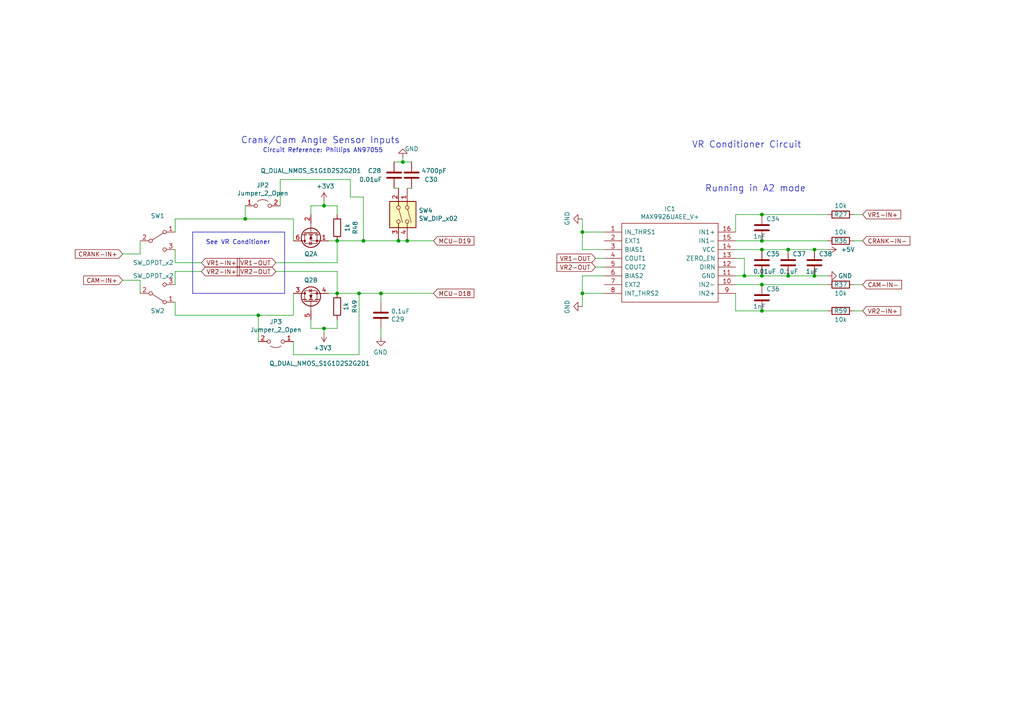
<source format=kicad_sch>
(kicad_sch (version 20230121) (generator eeschema)
  (paper "A4")
  (lib_symbols
    (symbol "Device:C" (pin_numbers hide) (pin_names (offset 0.254))
      (property "Reference" "C" (at 0.635 2.54 0))
      (property "Value" "C" (at 0.635 -2.54 0))
      (symbol "C_0_1"
        (polyline (pts (xy -2.032 -0.762) (xy 2.032 -0.762)) (stroke (width 0.508)))
        (polyline (pts (xy -2.032 0.762) (xy 2.032 0.762)) (stroke (width 0.508)))
      )
      (symbol "C_1_1"
        (pin passive line (at 0 3.81 270) (length 2.794) (name "~") (number "1"))
        (pin passive line (at 0 -3.81 90) (length 2.794) (name "~") (number "2"))
      )
    )
    (symbol "Device:Q_DUAL_NMOS_S1G1D2S2G2D1" (pin_names (offset 0) hide)
      (property "Reference" "Q" (at 6.35 1.27 0))
      (property "Value" "Device_Q_DUAL_NMOS_S1G1D2S2G2D1" (at 19.05 -1.27 0))
      (symbol "Q_DUAL_NMOS_S1G1D2S2G2D1_0_1"
        (polyline (pts (xy 0.254 0) (xy -2.54 0)))
        (polyline (pts (xy 0.254 1.905) (xy 0.254 -1.905)) (stroke (width 0.254)))
        (polyline (pts (xy 0.762 -1.27) (xy 0.762 -2.286)) (stroke (width 0.254)))
        (polyline (pts (xy 0.762 0.508) (xy 0.762 -0.508)) (stroke (width 0.254)))
        (polyline (pts (xy 0.762 2.286) (xy 0.762 1.27)) (stroke (width 0.254)))
        (polyline (pts (xy 2.54 2.54) (xy 2.54 1.778)))
        (polyline (pts (xy 2.54 -2.54) (xy 2.54 0) (xy 0.762 0)))
        (polyline (pts (xy 0.762 -1.778) (xy 3.302 -1.778) (xy 3.302 1.778) (xy 0.762 1.778)))
        (polyline (pts (xy 1.016 0) (xy 2.032 0.381) (xy 2.032 -0.381) (xy 1.016 0)) (fill (type outline)))
        (polyline (pts (xy 2.794 0.508) (xy 2.921 0.381) (xy 3.683 0.381) (xy 3.81 0.254)))
        (polyline (pts (xy 3.302 0.381) (xy 2.921 -0.254) (xy 3.683 -0.254) (xy 3.302 0.381)))
        (circle (center 1.651 0) (radius 2.794) (stroke (width 0.254)))
        (circle (center 2.54 -1.778) (radius 0.254) (fill (type outline)))
        (circle (center 2.54 1.778) (radius 0.254) (fill (type outline)))
      )
      (symbol "Q_DUAL_NMOS_S1G1D2S2G2D1_1_1"
        (pin passive line (at 2.54 -5.08 90) (length 2.54) (name "S") (number "1"))
        (pin input line (at -5.08 0 0) (length 2.54) (name "G") (number "2"))
        (pin passive line (at 2.54 5.08 270) (length 2.54) (name "D") (number "6"))
      )
      (symbol "Q_DUAL_NMOS_S1G1D2S2G2D1_2_1"
        (pin passive line (at 2.54 5.08 270) (length 2.54) (name "D") (number "3"))
        (pin passive line (at 2.54 -5.08 90) (length 2.54) (name "S") (number "4"))
        (pin input line (at -5.08 0 0) (length 2.54) (name "G") (number "5"))
      )
    )
    (symbol "Device:R" (pin_numbers hide) (pin_names (offset 0))
      (property "Reference" "R" (at 2.032 0 90))
      (property "Value" "R" (at 0 0 90))
      (symbol "R_0_1"
        (rectangle (start -1.016 -2.54) (end 1.016 2.54) (stroke (width 0.254)))
      )
      (symbol "R_1_1"
        (pin passive line (at 0 3.81 270) (length 1.27) (name "~") (number "1"))
        (pin passive line (at 0 -3.81 90) (length 1.27) (name "~") (number "2"))
      )
    )
    (symbol "IC_Automotive:MAX9926UAEE_V+" (pin_names (offset 0.762))
      (property "Reference" "IC" (at 34.29 7.62 0))
      (property "Value" "MAX9926UAEE_V+" (at 34.29 5.08 0))
      (symbol "MAX9926UAEE_V+_0_0"
        (pin input line (at 0 0 0) (length 5.08) (name "IN_THRS1") (number "1"))
        (pin input line (at 38.1 -15.24 180) (length 5.08) (name "IN2-") (number "10"))
        (pin power_in line (at 38.1 -12.7 180) (length 5.08) (name "GND") (number "11"))
        (pin output line (at 38.1 -10.16 180) (length 5.08) (name "DIRN") (number "12"))
        (pin input line (at 38.1 -7.62 180) (length 5.08) (name "ZERO_EN") (number "13"))
        (pin power_in line (at 38.1 -5.08 180) (length 5.08) (name "VCC") (number "14"))
        (pin input line (at 38.1 -2.54 180) (length 5.08) (name "IN1-") (number "15"))
        (pin input line (at 38.1 0 180) (length 5.08) (name "IN1+") (number "16"))
        (pin input line (at 0 -2.54 0) (length 5.08) (name "EXT1") (number "2"))
        (pin input line (at 0 -5.08 0) (length 5.08) (name "BIAS1") (number "3"))
        (pin output line (at 0 -7.62 0) (length 5.08) (name "COUT1") (number "4"))
        (pin output line (at 0 -10.16 0) (length 5.08) (name "COUT2") (number "5"))
        (pin input line (at 0 -12.7 0) (length 5.08) (name "BIAS2") (number "6"))
        (pin input line (at 0 -15.24 0) (length 5.08) (name "EXT2") (number "7"))
        (pin input line (at 0 -17.78 0) (length 5.08) (name "INT_THRS2") (number "8"))
        (pin input line (at 38.1 -17.78 180) (length 5.08) (name "IN2+") (number "9"))
      )
      (symbol "MAX9926UAEE_V+_0_1"
        (polyline (pts (xy 5.08 2.54) (xy 33.02 2.54) (xy 33.02 -20.32) (xy 5.08 -20.32) (xy 5.08 2.54)) (stroke (width 0.1524)))
      )
    )
    (symbol "Jumper:Jumper_2_Open" (pin_names (offset 0) hide)
      (property "Reference" "JP" (at 0 2.794 0))
      (property "Value" "Jumper_2_Open" (at 0 -2.286 0))
      (symbol "Jumper_2_Open_0_0"
        (circle (center -2.032 0) (radius 0.508))
        (circle (center 2.032 0) (radius 0.508))
      )
      (symbol "Jumper_2_Open_0_1"
        (arc (start 1.524 1.27) (mid 0 1.778) (end -1.524 1.27))
      )
      (symbol "Jumper_2_Open_1_1"
        (pin passive line (at -5.08 0 0) (length 2.54) (name "A") (number "1"))
        (pin passive line (at 5.08 0 180) (length 2.54) (name "B") (number "2"))
      )
    )
    (symbol "Switch:SW_DIP_x02" (pin_names (offset 0) hide)
      (property "Reference" "SW" (at 0 6.35 0))
      (property "Value" "SW_DIP_x02" (at 0 -3.81 0))
      (symbol "SW_DIP_x02_0_0"
        (circle (center -2.032 0) (radius 0.508))
        (circle (center -2.032 2.54) (radius 0.508))
        (polyline (pts (xy -1.524 0.127) (xy 2.3622 1.1684)))
        (polyline (pts (xy -1.524 2.667) (xy 2.3622 3.7084)))
        (circle (center 2.032 0) (radius 0.508))
        (circle (center 2.032 2.54) (radius 0.508))
      )
      (symbol "SW_DIP_x02_0_1"
        (rectangle (start -3.81 5.08) (end 3.81 -2.54) (stroke (width 0.254)) (fill (type background)))
      )
      (symbol "SW_DIP_x02_1_1"
        (pin passive line (at -7.62 2.54 0) (length 5.08) (name "~") (number "1"))
        (pin passive line (at -7.62 0 0) (length 5.08) (name "~") (number "2"))
        (pin passive line (at 7.62 0 180) (length 5.08) (name "~") (number "3"))
        (pin passive line (at 7.62 2.54 180) (length 5.08) (name "~") (number "4"))
      )
    )
    (symbol "Switch:SW_SPDT" (pin_names (offset 0) hide)
      (property "Reference" "SW" (at 0 4.318 0))
      (property "Value" "SW_SPDT" (at 0 -5.08 0))
      (symbol "SW_SPDT_0_0"
        (circle (center -2.032 0) (radius 0.508))
        (circle (center 2.032 -2.54) (radius 0.508))
      )
      (symbol "SW_SPDT_0_1"
        (polyline (pts (xy -1.524 0.254) (xy 1.651 2.286)))
        (circle (center 2.032 2.54) (radius 0.508))
      )
      (symbol "SW_SPDT_1_1"
        (pin passive line (at 5.08 2.54 180) (length 2.54) (name "A") (number "1"))
        (pin passive line (at -5.08 0 0) (length 2.54) (name "B") (number "2"))
        (pin passive line (at 5.08 -2.54 180) (length 2.54) (name "C") (number "3"))
      )
    )
    (symbol "power:+3V3" (power) (pin_names (offset 0))
      (property "Value" "+3V3" (at 0 3.556 0))
      (symbol "+3V3_0_1"
        (polyline (pts (xy -0.762 1.27) (xy 0 2.54)))
        (polyline (pts (xy 0 0) (xy 0 2.54)))
        (polyline (pts (xy 0 2.54) (xy 0.762 1.27)))
      )
      (symbol "+3V3_1_1"
        (pin power_in line (at 0 0 90) (length 0) hide (name "+3V3") (number "1"))
      )
    )
    (symbol "power:+5V" (power) (pin_names (offset 0))
      (property "Value" "+5V" (at 0 3.556 0))
      (symbol "+5V_0_1"
        (polyline (pts (xy -0.762 1.27) (xy 0 2.54)))
        (polyline (pts (xy 0 0) (xy 0 2.54)))
        (polyline (pts (xy 0 2.54) (xy 0.762 1.27)))
      )
      (symbol "+5V_1_1"
        (pin power_in line (at 0 0 90) (length 0) hide (name "+5V") (number "1"))
      )
    )
    (symbol "power:GND" (power) (pin_names (offset 0))
      (property "Value" "GND" (at 0 -3.81 0))
      (symbol "GND_0_1"
        (polyline (pts (xy 0 0) (xy 0 -1.27) (xy 1.27 -1.27) (xy 0 -2.54) (xy -1.27 -1.27) (xy 0 -1.27)))
      )
      (symbol "GND_1_1"
        (pin power_in line (at 0 0 270) (length 0) hide (name "GND") (number "1"))
      )
    )
  )
  (junction (at 97.79 69.85))
  (junction (at 236.22 80.01))
  (junction (at 228.6 72.39))
  (junction (at 220.98 62.23))
  (junction (at 116.84 46.99))
  (junction (at 220.98 72.39))
  (junction (at 71.12 63.5))
  (junction (at 118.11 69.85))
  (junction (at 220.98 90.17))
  (junction (at 74.93 91.44))
  (junction (at 236.22 72.39))
  (junction (at 168.91 85.09))
  (junction (at 105.41 69.85))
  (junction (at 93.98 59.69))
  (junction (at 110.49 85.09))
  (junction (at 220.98 69.85))
  (junction (at 104.14 85.09))
  (junction (at 220.98 82.55))
  (junction (at 215.9 80.01))
  (junction (at 168.91 67.31))
  (junction (at 228.6 80.01))
  (junction (at 93.98 95.25))
  (junction (at 115.57 69.85))
  (junction (at 97.79 85.09))
  (junction (at 220.98 80.01))
  (wire (pts (xy 168.91 85.09) (xy 175.26 85.09)))
  (wire (pts (xy 240.03 90.17) (xy 220.98 90.17)))
  (wire (pts (xy 236.22 72.39) (xy 228.6 72.39)))
  (wire (pts (xy 215.9 74.93) (xy 215.9 80.01)))
  (wire (pts (xy 74.93 99.06) (xy 74.93 91.44)))
  (wire (pts (xy 35.56 73.66) (xy 40.64 73.66)))
  (polyline (pts (xy 55.88 85.09) (xy 55.88 67.31)))
  (wire (pts (xy 172.72 74.93) (xy 175.26 74.93)))
  (wire (pts (xy 71.12 59.69) (xy 71.12 63.5)))
  (wire (pts (xy 85.09 69.85) (xy 85.09 63.5)))
  (wire (pts (xy 105.41 57.15) (xy 105.41 69.85)))
  (wire (pts (xy 81.28 59.69) (xy 81.28 52.07)))
  (wire (pts (xy 80.01 78.74) (xy 97.79 78.74)))
  (wire (pts (xy 168.91 88.9) (xy 168.91 85.09)))
  (wire (pts (xy 240.03 82.55) (xy 220.98 82.55)))
  (wire (pts (xy 50.8 67.31) (xy 50.8 63.5)))
  (wire (pts (xy 119.38 46.99) (xy 116.84 46.99)))
  (wire (pts (xy 90.17 59.69) (xy 93.98 59.69)))
  (wire (pts (xy 114.3 54.61) (xy 115.57 54.61)))
  (wire (pts (xy 115.57 69.85) (xy 118.11 69.85)))
  (wire (pts (xy 97.79 95.25) (xy 97.79 92.71)))
  (wire (pts (xy 114.3 46.99) (xy 116.84 46.99)))
  (wire (pts (xy 168.91 67.31) (xy 175.26 67.31)))
  (wire (pts (xy 240.03 72.39) (xy 236.22 72.39)))
  (wire (pts (xy 220.98 82.55) (xy 213.36 82.55)))
  (wire (pts (xy 110.49 97.79) (xy 110.49 95.25)))
  (wire (pts (xy 220.98 69.85) (xy 213.36 69.85)))
  (wire (pts (xy 101.6 52.07) (xy 101.6 57.15)))
  (wire (pts (xy 50.8 72.39) (xy 50.8 76.2)))
  (wire (pts (xy 168.91 80.01) (xy 168.91 85.09)))
  (wire (pts (xy 250.19 62.23) (xy 247.65 62.23)))
  (wire (pts (xy 93.98 59.69) (xy 97.79 59.69)))
  (wire (pts (xy 213.36 90.17) (xy 213.36 85.09)))
  (wire (pts (xy 97.79 85.09) (xy 104.14 85.09)))
  (wire (pts (xy 81.28 52.07) (xy 101.6 52.07)))
  (wire (pts (xy 35.56 81.28) (xy 40.64 81.28)))
  (wire (pts (xy 93.98 96.52) (xy 93.98 95.25)))
  (wire (pts (xy 168.91 72.39) (xy 168.91 67.31)))
  (wire (pts (xy 220.98 62.23) (xy 213.36 62.23)))
  (wire (pts (xy 90.17 92.71) (xy 90.17 95.25)))
  (wire (pts (xy 85.09 102.87) (xy 104.14 102.87)))
  (wire (pts (xy 240.03 62.23) (xy 220.98 62.23)))
  (wire (pts (xy 213.36 74.93) (xy 215.9 74.93)))
  (wire (pts (xy 50.8 78.74) (xy 58.42 78.74)))
  (wire (pts (xy 97.79 69.85) (xy 105.41 69.85)))
  (wire (pts (xy 95.25 69.85) (xy 97.79 69.85)))
  (wire (pts (xy 240.03 69.85) (xy 220.98 69.85)))
  (wire (pts (xy 93.98 58.42) (xy 93.98 59.69)))
  (wire (pts (xy 104.14 102.87) (xy 104.14 85.09)))
  (wire (pts (xy 97.79 62.23) (xy 97.79 59.69)))
  (wire (pts (xy 228.6 72.39) (xy 220.98 72.39)))
  (wire (pts (xy 250.19 69.85) (xy 247.65 69.85)))
  (wire (pts (xy 175.26 72.39) (xy 168.91 72.39)))
  (wire (pts (xy 118.11 69.85) (xy 125.73 69.85)))
  (wire (pts (xy 50.8 76.2) (xy 58.42 76.2)))
  (wire (pts (xy 40.64 73.66) (xy 40.64 69.85)))
  (wire (pts (xy 50.8 91.44) (xy 74.93 91.44)))
  (wire (pts (xy 74.93 91.44) (xy 85.09 91.44)))
  (polyline (pts (xy 82.55 67.31) (xy 82.55 85.09)))
  (wire (pts (xy 80.01 76.2) (xy 97.79 76.2)))
  (wire (pts (xy 125.73 85.09) (xy 110.49 85.09)))
  (wire (pts (xy 250.19 82.55) (xy 247.65 82.55)))
  (wire (pts (xy 175.26 80.01) (xy 168.91 80.01)))
  (wire (pts (xy 101.6 57.15) (xy 105.41 57.15)))
  (wire (pts (xy 90.17 62.23) (xy 90.17 59.69)))
  (wire (pts (xy 168.91 63.5) (xy 168.91 67.31)))
  (wire (pts (xy 250.19 90.17) (xy 247.65 90.17)))
  (wire (pts (xy 220.98 90.17) (xy 213.36 90.17)))
  (wire (pts (xy 50.8 63.5) (xy 71.12 63.5)))
  (wire (pts (xy 213.36 62.23) (xy 213.36 67.31)))
  (wire (pts (xy 215.9 80.01) (xy 213.36 80.01)))
  (polyline (pts (xy 82.55 85.09) (xy 55.88 85.09)))
  (polyline (pts (xy 55.88 67.31) (xy 82.55 67.31)))
  (wire (pts (xy 85.09 99.06) (xy 85.09 102.87)))
  (wire (pts (xy 105.41 69.85) (xy 115.57 69.85)))
  (wire (pts (xy 90.17 95.25) (xy 93.98 95.25)))
  (wire (pts (xy 93.98 95.25) (xy 97.79 95.25)))
  (wire (pts (xy 172.72 77.47) (xy 175.26 77.47)))
  (wire (pts (xy 236.22 80.01) (xy 228.6 80.01)))
  (wire (pts (xy 104.14 85.09) (xy 110.49 85.09)))
  (wire (pts (xy 97.79 76.2) (xy 97.79 69.85)))
  (wire (pts (xy 118.11 54.61) (xy 119.38 54.61)))
  (wire (pts (xy 95.25 85.09) (xy 97.79 85.09)))
  (wire (pts (xy 220.98 80.01) (xy 215.9 80.01)))
  (wire (pts (xy 220.98 72.39) (xy 213.36 72.39)))
  (wire (pts (xy 97.79 78.74) (xy 97.79 85.09)))
  (wire (pts (xy 116.84 46.99) (xy 116.84 45.72)))
  (wire (pts (xy 110.49 85.09) (xy 110.49 87.63)))
  (wire (pts (xy 85.09 85.09) (xy 85.09 91.44)))
  (wire (pts (xy 228.6 80.01) (xy 220.98 80.01)))
  (wire (pts (xy 50.8 87.63) (xy 50.8 91.44)))
  (wire (pts (xy 71.12 63.5) (xy 85.09 63.5)))
  (wire (pts (xy 240.03 80.01) (xy 236.22 80.01)))
  (wire (pts (xy 50.8 82.55) (xy 50.8 78.74)))
  (wire (pts (xy 40.64 81.28) (xy 40.64 85.09)))
  (text "Running in A2 mode" (at 204.47 55.88 0) (effects (font (size 1.8796 1.8796)) (justify left bottom)))
  (text "VR Conditioner Circuit" (at 200.66 43.18 0) (effects (font (size 1.8796 1.8796)) (justify left bottom)))
  (text "Crank/Cam Angle Sensor Inputs" (at 69.85 41.91 0) (effects (font (size 1.8796 1.8796)) (justify left bottom)))
  (text "See VR Conditioner" (at 59.69 71.12 0) (effects (font (size 1.27 1.27)) (justify left bottom)))
  (text "Circuit Reference: Phillips AN97055" (at 76.2 44.45 0) (effects (font (size 1.27 1.27)) (justify left bottom)))
  (global_label "VR2-IN+" (shape input) (at 58.42 78.74 0) (property "Intersheetrefs" "${INTERSHEET_REFS}" (effects hide)))
  (global_label "CRANK-IN-" (shape input) (at 250.19 69.85 0) (property "Intersheetrefs" "${INTERSHEET_REFS}" (effects hide)))
  (global_label "VR1-IN+" (shape input) (at 58.42 76.2 0) (property "Intersheetrefs" "${INTERSHEET_REFS}" (effects hide)))
  (global_label "VR2-OUT" (shape input) (at 80.01 78.74 180) (property "Intersheetrefs" "${INTERSHEET_REFS}" (effects hide)))
  (global_label "VR1-IN+" (shape input) (at 250.19 62.23 0) (property "Intersheetrefs" "${INTERSHEET_REFS}" (effects hide)))
  (global_label "VR2-IN+" (shape input) (at 250.19 90.17 0) (property "Intersheetrefs" "${INTERSHEET_REFS}" (effects hide)))
  (global_label "MCU-D18" (shape input) (at 125.73 85.09 0) (property "Intersheetrefs" "${INTERSHEET_REFS}" (effects hide)))
  (global_label "CAM-IN-" (shape input) (at 250.19 82.55 0) (property "Intersheetrefs" "${INTERSHEET_REFS}" (effects hide)))
  (global_label "CAM-IN+" (shape input) (at 35.56 81.28 180) (property "Intersheetrefs" "${INTERSHEET_REFS}" (effects hide)))
  (global_label "MCU-D19" (shape input) (at 125.73 69.85 0) (property "Intersheetrefs" "${INTERSHEET_REFS}" (effects hide)))
  (global_label "VR1-OUT" (shape input) (at 80.01 76.2 180) (property "Intersheetrefs" "${INTERSHEET_REFS}" (effects hide)))
  (global_label "CRANK-IN+" (shape input) (at 35.56 73.66 180) (property "Intersheetrefs" "${INTERSHEET_REFS}" (effects hide)))
  (global_label "VR1-OUT" (shape input) (at 172.72 74.93 180) (property "Intersheetrefs" "${INTERSHEET_REFS}" (effects hide)))
  (global_label "VR2-OUT" (shape input) (at 172.72 77.47 180) (property "Intersheetrefs" "${INTERSHEET_REFS}" (effects hide)))
  (symbol (lib_id "Device:R") (at 97.79 66.04 180) (unit 1)
    (property "Reference" "R48" (at 103.0478 66.04 90))
    (property "Value" "1k" (at 100.7364 66.04 90))
    (property "Footprint" "Resistor_SMD:R_0805_2012Metric" (effects hide))
    (property "Digikey Part Number" "311-1.00KCRCT-ND" (effects hide))
    (property "Manufacturer_Name" "Yageo" (effects hide))
    (property "Manufacturer_Part_Number" "RC0805FR-071KL" (effects hide))
    (property "URL" "https://www.digikey.com/product-detail/en/yageo/RC0805FR-071KL/311-1.00KCRCT-ND/730391" (effects hide))
  )
  (symbol (lib_id "Device:R") (at 97.79 88.9 0) (mirror x) (unit 1)
    (property "Reference" "R49" (at 102.87 88.9 90))
    (property "Value" "1k" (at 100.33 88.9 90))
    (property "Footprint" "Resistor_SMD:R_0805_2012Metric" (effects hide))
    (property "Digikey Part Number" "311-1.00KCRCT-ND" (effects hide))
    (property "Manufacturer_Name" "Yageo" (effects hide))
    (property "Manufacturer_Part_Number" "RC0805FR-071KL" (effects hide))
    (property "URL" "https://www.digikey.com/product-detail/en/yageo/RC0805FR-071KL/311-1.00KCRCT-ND/730391" (effects hide))
  )
  (symbol (lib_id "power:GND") (at 110.49 97.79 0) (mirror y) (unit 1)
    (property "Reference" "#PWR0182" (effects hide))
    (property "Value" "GND" (at 110.363 102.1842 0))
  )
  (symbol (lib_id "power:GND") (at 240.03 80.01 90) (mirror x) (unit 1)
    (property "Reference" "#PWR0184" (effects hide))
    (property "Value" "GND" (at 245.11 80.01 90))
  )
  (symbol (lib_id "Switch:SW_SPDT") (at 45.72 85.09 0) (mirror x) (unit 1)
    (property "Reference" "SW2" (at 45.72 90.17 0))
    (property "Value" "SW_DPDT_x2" (at 44.45 80.01 0))
    (property "Footprint" "Misc:AYZ0202AGRLC" (effects hide))
    (property "Digikey Part Number" "401-2013-1-ND" (effects hide))
    (property "Manufacturer_Name" "C & K COMPONENTS" (effects hide))
    (property "Manufacturer_Part_Number" "AYZ0202AGRLC" (effects hide))
    (property "URL" "https://www.digikey.com.au/product-detail/en/c-k/AYZ0202AGRLC/401-2013-1-ND/1640122" (effects hide))
  )
  (symbol (lib_id "Device:C") (at 114.3 50.8 0) (unit 1)
    (property "Reference" "C28" (at 106.68 49.53 0) (effects (justify left)))
    (property "Value" "0.01uF" (at 104.14 52.07 0) (effects (justify left)))
    (property "Footprint" "Capacitor_SMD:C_0805_2012Metric" (effects hide))
    (property "Digikey Part Number" "311-1136-1-ND" (effects hide))
    (property "Manufacturer_Name" "Yageo" (effects hide))
    (property "Manufacturer_Part_Number" "CC0805KRX7R9BB103" (effects hide))
    (property "URL" "https://www.digikey.com/product-detail/en/yageo/CC0805KRX7R9BB103/311-1136-1-ND/303046" (effects hide))
  )
  (symbol (lib_id "Device:C") (at 110.49 91.44 0) (mirror x) (unit 1)
    (property "Reference" "C29" (at 113.411 92.6084 0) (effects (justify left)))
    (property "Value" "0.1uF" (at 113.411 90.297 0) (effects (justify left)))
    (property "Footprint" "Capacitor_SMD:C_0805_2012Metric" (effects hide))
    (property "Digikey Part Number" "311-1140-1-ND" (effects hide))
    (property "Manufacturer_Name" "Yageo" (effects hide))
    (property "Manufacturer_Part_Number" "CC0805KRX7R9BB104" (effects hide))
    (property "URL" "https://www.digikey.com.au/product-detail/en/yageo/CC0805KRX7R9BB104/311-1140-1-ND/303050" (effects hide))
  )
  (symbol (lib_id "Switch:SW_SPDT") (at 45.72 69.85 0) (unit 1)
    (property "Reference" "SW1" (at 45.72 62.611 0))
    (property "Value" "SW_DPDT_x2" (at 44.45 76.2 0))
    (property "Footprint" "Misc:AYZ0202AGRLC" (effects hide))
    (property "Digikey Part Number" "401-2013-1-ND" (effects hide))
    (property "Manufacturer_Name" "C & K COMPONENTS" (effects hide))
    (property "Manufacturer_Part_Number" "AYZ0202AGRLC" (effects hide))
    (property "URL" "https://www.digikey.com.au/product-detail/en/c-k/AYZ0202AGRLC/401-2013-1-ND/1640122" (effects hide))
  )
  (symbol (lib_id "Device:Q_DUAL_NMOS_S1G1D2S2G2D1") (at 90.17 67.31 90) (mirror x) (unit 1)
    (property "Reference" "Q2" (at 90.17 73.66 90))
    (property "Value" "Q_DUAL_NMOS_S1G1D2S2G2D1" (at 90.17 49.53 90))
    (property "Footprint" "Package_TO_SOT_SMD:SOT-363_SC-70-6" (effects hide))
    (property "Datasheet" "https://www.onsemi.com/pub/Collateral/NTJD5121N-D.PDF" (effects hide))
    (property "Digikey Part Number" "NVJD5121NT1GOSCT-ND" (effects hide))
    (property "Manufacturer_Name" "ON Semi" (effects hide))
    (property "Manufacturer_Part_Number" "NVJD5121NT1G" (effects hide))
    (property "URL" "https://www.digikey.com.au/product-detail/en/on-semiconductor/NVJD5121NT1G/NVJD5121NT1GOSCT-ND/9087601" (effects hide))
  )
  (symbol (lib_id "Device:Q_DUAL_NMOS_S1G1D2S2G2D1") (at 90.17 87.63 90) (unit 2)
    (property "Reference" "Q2" (at 90.17 81.28 90))
    (property "Value" "Q_DUAL_NMOS_S1G1D2S2G2D1" (at 92.71 105.41 90))
    (property "Footprint" "Package_TO_SOT_SMD:SOT-363_SC-70-6" (effects hide))
    (property "Datasheet" "https://www.onsemi.com/pub/Collateral/NTJD5121N-D.PDF" (effects hide))
    (property "Digikey Part Number" "NVJD5121NT1GOSCT-ND" (effects hide))
    (property "Manufacturer_Name" "ON Semi" (effects hide))
    (property "Manufacturer_Part_Number" "NVJD5121NT1G" (effects hide))
    (property "URL" "https://www.digikey.com.au/product-detail/en/on-semiconductor/NVJD5121NT1G/NVJD5121NT1GOSCT-ND/9087601" (effects hide))
  )
  (symbol (lib_id "Device:C") (at 119.38 50.8 180) (unit 1)
    (property "Reference" "C30" (at 127 52.07 0) (effects (justify left)))
    (property "Value" "4700pF" (at 129.54 49.53 0) (effects (justify left)))
    (property "Footprint" "Capacitor_SMD:C_0805_2012Metric" (effects hide))
    (property "Digikey Part Number" "311-1133-1-ND" (effects hide))
    (property "Manufacturer_Name" "Yageo" (effects hide))
    (property "Manufacturer_Part_Number" "CC0805KRX7R9BB472" (effects hide))
    (property "URL" "https://www.digikey.com/product-detail/en/yageo/CC0805KRX7R9BB103/311-1136-1-ND/303046" (effects hide))
  )
  (symbol (lib_id "power:GND") (at 116.84 45.72 180) (unit 1)
    (property "Reference" "#PWR0201" (effects hide))
    (property "Value" "GND" (at 119.38 43.18 0))
  )
  (symbol (lib_id "power:+3V3") (at 93.98 96.52 180) (unit 1)
    (property "Reference" "#PWR0185" (effects hide))
    (property "Value" "+3V3" (at 93.599 100.9142 0))
  )
  (symbol (lib_id "power:+3V3") (at 93.98 58.42 0) (unit 1)
    (property "Reference" "#PWR0196" (effects hide))
    (property "Value" "+3V3" (at 94.361 54.0258 0))
  )
  (symbol (lib_id "power:+5V") (at 240.03 72.39 270) (unit 1)
    (property "Reference" "#PWR0183" (effects hide))
    (property "Value" "+5V" (at 243.84 72.39 90) (effects (justify left)))
  )
  (symbol (lib_id "IC_Automotive:MAX9926UAEE_V+") (at 175.26 67.31 0) (unit 1)
    (property "Reference" "IC1" (at 194.31 60.579 0))
    (property "Value" "MAX9926UAEE_V+" (at 194.31 62.8904 0))
    (property "Footprint" "Package_SO:QSOP-16_3.9x4.9mm_P0.635mm" (effects hide))
    (property "Datasheet" "https://componentsearchengine.com/Datasheets/1/MAX9926UAEE_V+.pdf" (effects hide))
    (property "Description" "Sensor Interface Variable-Reluctance Sensor Interface" (effects hide))
    (property "Height" "1.75" (effects hide))
    (property "Manufacturer_Name" "Maxim Integrated" (effects hide))
    (property "Manufacturer_Part_Number" "MAX9926UAEE/V+" (effects hide))
    (property "Mouser Part Number" "700-MAX9926UAEE/V+" (effects hide))
    (property "Mouser Price/Stock" "https://www.mouser.com/Search/Refine.aspx?Keyword=700-MAX9926UAEE%2FV%2B" (effects hide))
    (property "Digikey Part Number" "MAX9926UAEE/V+-ND" (effects hide))
    (property "URL" "https://www.digikey.com.au/product-detail/en/maxim-integrated/MAX9926UAEE-V/MAX9926UAEE-V-ND/3517309" (effects hide))
  )
  (symbol (lib_id "Device:C") (at 220.98 76.2 0) (unit 1)
    (property "Reference" "C35" (at 222.25 73.66 0) (effects (justify left)))
    (property "Value" "0.01uF" (at 218.44 78.74 0) (effects (justify left)))
    (property "Footprint" "Capacitor_SMD:C_0805_2012Metric" (effects hide))
    (property "Digikey Part Number" "311-1136-1-ND" (effects hide))
    (property "Manufacturer_Name" "Yageo" (effects hide))
    (property "Manufacturer_Part_Number" "CC0805KRX7R9BB103" (effects hide))
    (property "URL" "https://www.digikey.com/product-detail/en/yageo/CC0805KRX7R9BB103/311-1136-1-ND/303046" (effects hide))
  )
  (symbol (lib_id "Device:C") (at 228.6 76.2 0) (unit 1)
    (property "Reference" "C37" (at 229.87 73.66 0) (effects (justify left)))
    (property "Value" "0.1uF" (at 226.06 78.74 0) (effects (justify left)))
    (property "Footprint" "Capacitor_SMD:C_0805_2012Metric" (effects hide))
    (property "Digikey Part Number" "311-1140-1-ND" (effects hide))
    (property "Manufacturer_Name" "Yageo" (effects hide))
    (property "Manufacturer_Part_Number" "CC0805KRX7R9BB104" (effects hide))
    (property "URL" "https://www.digikey.com.au/product-detail/en/yageo/CC0805KRX7R9BB104/311-1140-1-ND/303050" (effects hide))
  )
  (symbol (lib_id "Device:C") (at 236.22 76.2 0) (unit 1)
    (property "Reference" "C38" (at 237.49 73.66 0) (effects (justify left)))
    (property "Value" "1uF" (at 233.68 78.74 0) (effects (justify left)))
    (property "Footprint" "Capacitor_SMD:C_0805_2012Metric" (effects hide))
    (property "Digikey Part Number" "311-1365-1-ND" (effects hide))
    (property "Manufacturer_Name" "Yageo" (effects hide))
    (property "Manufacturer_Part_Number" "CC0805KKX7R7BB105" (effects hide))
    (property "URL" "https://www.digikey.com/product-detail/en/yageo/CC0805KKX7R7BB105/311-1365-1-ND/2103149" (effects hide))
  )
  (symbol (lib_id "power:GND") (at 168.91 63.5 270) (mirror x) (unit 1)
    (property "Reference" "#PWR0193" (effects hide))
    (property "Value" "GND" (at 164.5158 63.373 0))
  )
  (symbol (lib_id "power:GND") (at 168.91 88.9 270) (unit 1)
    (property "Reference" "#PWR0206" (effects hide))
    (property "Value" "GND" (at 164.5158 89.027 0))
  )
  (symbol (lib_id "Device:R") (at 243.84 62.23 270) (unit 1)
    (property "Reference" "R27" (at 243.84 62.23 90))
    (property "Value" "10k" (at 243.84 59.69 90))
    (property "Footprint" "Resistor_SMD:R_1206_3216Metric" (effects hide))
    (property "Digikey Part Number" "13-RC1206FR-7W10KLTR-ND" (effects hide))
    (property "Manufacturer_Name" "Yageo" (effects hide))
    (property "Manufacturer_Part_Number" "RC1206FR-7W10KL" (effects hide))
    (property "URL" "https://www.digikey.com/en/products/detail/yageo/RC1206FR-7W10KL/12698813" (effects hide))
  )
  (symbol (lib_id "Device:C") (at 220.98 86.36 0) (unit 1)
    (property "Reference" "C36" (at 222.25 83.82 0) (effects (justify left)))
    (property "Value" "1nF" (at 218.44 88.9 0) (effects (justify left)))
    (property "Footprint" "Capacitor_SMD:C_0805_2012Metric" (effects hide))
    (property "Digikey Part Number" "399-16591-1-ND" (effects hide))
    (property "Manufacturer_Name" "Kemet" (effects hide))
    (property "Manufacturer_Part_Number" "C0805C102J5HACAUTO" (effects hide))
    (property "URL" "https://www.digikey.com/product-detail/en/kemet/C0805C102J5HACAUTO/399-16591-1-ND/7943643" (effects hide))
  )
  (symbol (lib_id "Device:C") (at 220.98 66.04 0) (unit 1)
    (property "Reference" "C34" (at 222.25 63.5 0) (effects (justify left)))
    (property "Value" "1nF" (at 218.44 68.58 0) (effects (justify left)))
    (property "Footprint" "Capacitor_SMD:C_0805_2012Metric" (effects hide))
    (property "Digikey Part Number" "399-16591-1-ND" (effects hide))
    (property "Manufacturer_Name" "Kemet" (effects hide))
    (property "Manufacturer_Part_Number" "C0805C102J5HACAUTO" (effects hide))
    (property "URL" "https://www.digikey.com/product-detail/en/kemet/C0805C102J5HACAUTO/399-16591-1-ND/7943643" (effects hide))
  )
  (symbol (lib_id "Switch:SW_DIP_x02") (at 115.57 62.23 270) (unit 1)
    (property "Reference" "SW4" (at 121.412 61.0616 90) (effects (justify left)))
    (property "Value" "SW_DIP_x02" (at 121.412 63.373 90) (effects (justify left)))
    (property "Footprint" "Button_Switch_SMD:SW_DIP_SPSTx02_Slide_9.78x7.26mm_W8.61mm_P2.54mm" (effects hide))
    (property "Digikey Part Number" "679-3566-1-ND" (effects hide))
    (property "Manufacturer_Name" "APEM Inc." (effects hide))
    (property "Manufacturer_Part_Number" "IKN0204000" (effects hide))
    (property "URL" "https://www.digikey.com.au/product-detail/en/apem-inc/IKN0204000/679-3566-1-ND/4384369" (effects hide))
  )
  (symbol (lib_id "Device:R") (at 243.84 69.85 270) (unit 1)
    (property "Reference" "R36" (at 243.84 69.85 90))
    (property "Value" "10k" (at 243.84 67.31 90))
    (property "Footprint" "Resistor_SMD:R_1206_3216Metric" (effects hide))
    (property "Digikey Part Number" "13-RC1206FR-7W10KLTR-ND" (effects hide))
    (property "Manufacturer_Name" "Yageo" (effects hide))
    (property "Manufacturer_Part_Number" "RC1206FR-7W10KL" (effects hide))
    (property "URL" "https://www.digikey.com/en/products/detail/yageo/RC1206FR-7W10KL/12698813" (effects hide))
  )
  (symbol (lib_id "Device:R") (at 243.84 82.55 270) (unit 1)
    (property "Reference" "R37" (at 243.84 82.55 90))
    (property "Value" "10k" (at 243.84 85.09 90))
    (property "Footprint" "Resistor_SMD:R_1206_3216Metric" (effects hide))
    (property "Digikey Part Number" "13-RC1206FR-7W10KLTR-ND" (effects hide))
    (property "Manufacturer_Name" "Yageo" (effects hide))
    (property "Manufacturer_Part_Number" "RC1206FR-7W10KL" (effects hide))
    (property "URL" "https://www.digikey.com/en/products/detail/yageo/RC1206FR-7W10KL/12698813" (effects hide))
  )
  (symbol (lib_id "Device:R") (at 243.84 90.17 270) (unit 1)
    (property "Reference" "R59" (at 243.84 90.17 90))
    (property "Value" "10k" (at 243.84 92.71 90))
    (property "Footprint" "Resistor_SMD:R_1206_3216Metric" (effects hide))
    (property "Digikey Part Number" "13-RC1206FR-7W10KLTR-ND" (effects hide))
    (property "Manufacturer_Name" "Yageo" (effects hide))
    (property "Manufacturer_Part_Number" "RC1206FR-7W10KL" (effects hide))
    (property "URL" "https://www.digikey.com/en/products/detail/yageo/RC1206FR-7W10KL/12698813" (effects hide))
  )
  (symbol (lib_id "Jumper:Jumper_2_Open") (at 76.2 59.69 0) (unit 1)
    (property "Reference" "JP2" (at 76.2 53.721 0))
    (property "Value" "Jumper_2_Open" (at 76.2 56.0324 0))
    (property "Footprint" "Jumper:SolderJumper-2_P1.3mm_Open_Pad1.0x1.5mm" (effects hide))
  )
  (symbol (lib_id "Jumper:Jumper_2_Open") (at 80.01 99.06 180) (unit 1)
    (property "Reference" "JP3" (at 80.01 93.345 0))
    (property "Value" "Jumper_2_Open" (at 80.01 95.6564 0))
    (property "Footprint" "Jumper:SolderJumper-2_P1.3mm_Open_Pad1.0x1.5mm" (effects hide))
  )
)
</source>
